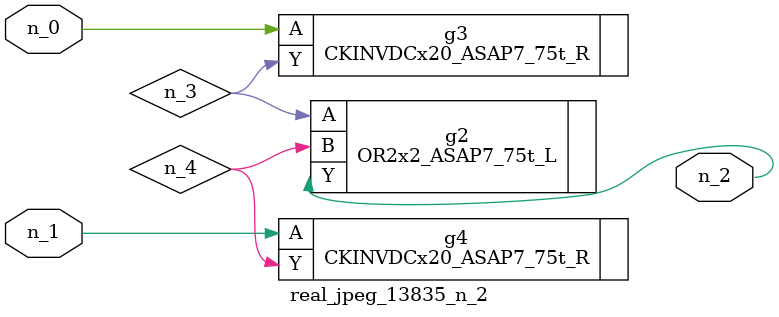
<source format=v>
module real_jpeg_13835_n_2 (n_1, n_0, n_2);

input n_1;
input n_0;

output n_2;

wire n_4;
wire n_3;

CKINVDCx20_ASAP7_75t_R g3 ( 
.A(n_0),
.Y(n_3)
);

CKINVDCx20_ASAP7_75t_R g4 ( 
.A(n_1),
.Y(n_4)
);

OR2x2_ASAP7_75t_L g2 ( 
.A(n_3),
.B(n_4),
.Y(n_2)
);


endmodule
</source>
